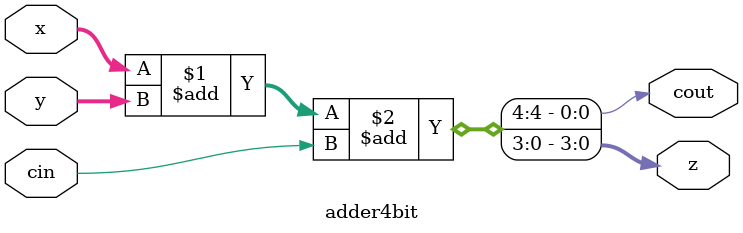
<source format=v>
module adder16bit(x,y,z,sign,zero,carry,parity,overflow);
    input [15:0]x,y;output [15:0]z;
    output sign,zero,carry,parity,overflow;
    wire [2:0]t;
    adder4bit a0(x[3:0],y[3:0],1'b0,z[3:0],t[0]);
    adder4bit a1(x[7:4],y[7:4],t[0],z[7:4],t[1]);
    adder4bit a2(x[11:8],y[11:8],t[1],z[11:8],t[2]);
    adder4bit a3(x[15:12],y[15:12],t[2],z[15:12],cout);
    assign sign=z[15];
    assign zero=~|z;
    assign parity=~^z;
    assign overflow=(x[15]&y[15]&~z[15]|~x[15]&~y[15]&z[15]);
endmodule

module adder4bit(x,y,cin,z,cout);
input [3:0]x,y; output [3:0]z;
input cin;output cout;
assign {cout,z}=x+y+cin;
endmodule

</source>
